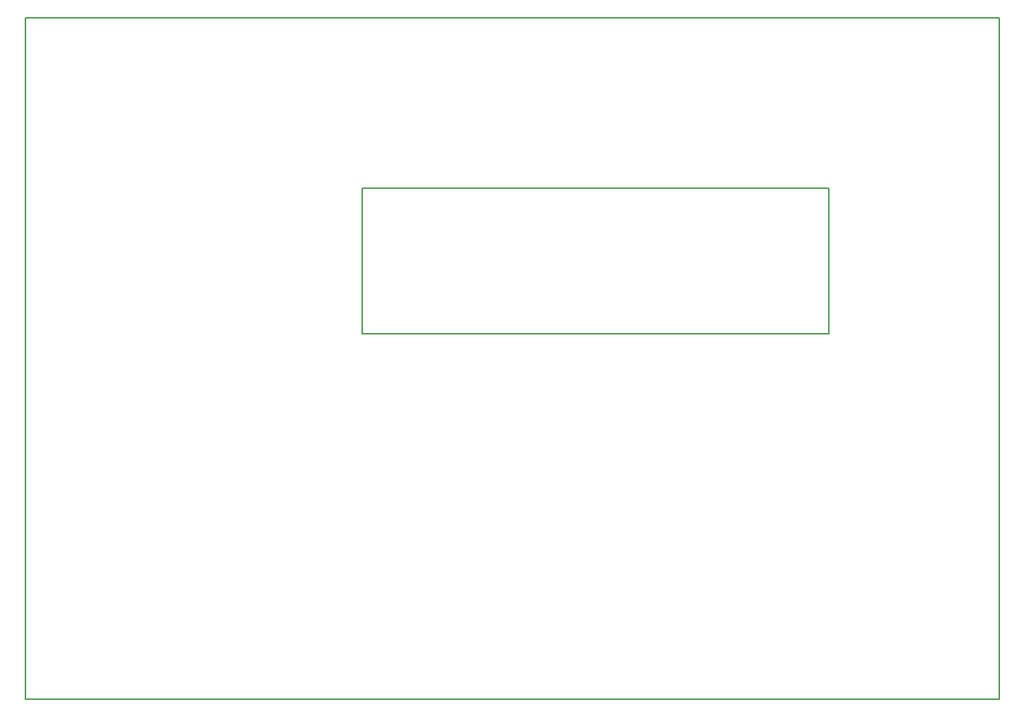
<source format=gm1>
G04 Layer_Color=39372*
%FSLAX44Y44*%
%MOMM*%
G71*
G01*
G75*
%ADD14C,0.2000*%
D14*
X0Y0D02*
Y840000D01*
Y0D02*
X1200000D01*
Y840000D01*
X0D02*
X1200000D01*
X415000Y450000D02*
Y630000D01*
Y450000D02*
X990000D01*
Y630000D01*
X415000D02*
X990000D01*
M02*

</source>
